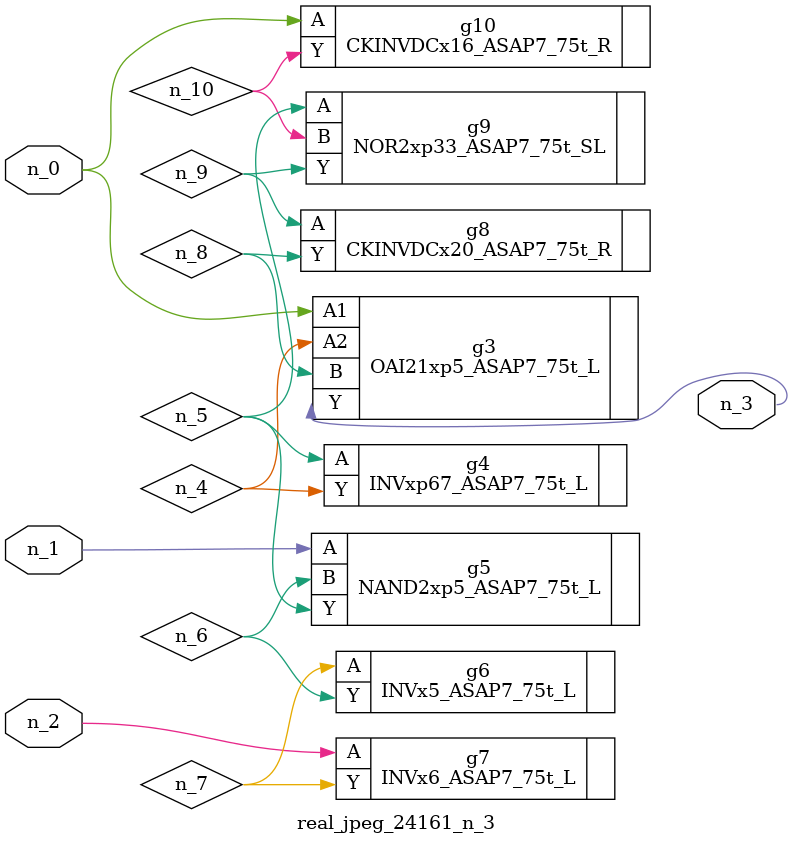
<source format=v>
module real_jpeg_24161_n_3 (n_1, n_0, n_2, n_3);

input n_1;
input n_0;
input n_2;

output n_3;

wire n_5;
wire n_8;
wire n_4;
wire n_6;
wire n_7;
wire n_10;
wire n_9;

OAI21xp5_ASAP7_75t_L g3 ( 
.A1(n_0),
.A2(n_4),
.B(n_8),
.Y(n_3)
);

CKINVDCx16_ASAP7_75t_R g10 ( 
.A(n_0),
.Y(n_10)
);

NAND2xp5_ASAP7_75t_L g5 ( 
.A(n_1),
.B(n_6),
.Y(n_5)
);

INVx6_ASAP7_75t_L g7 ( 
.A(n_2),
.Y(n_7)
);

INVxp67_ASAP7_75t_L g4 ( 
.A(n_5),
.Y(n_4)
);

NOR2xp33_ASAP7_75t_SL g9 ( 
.A(n_5),
.B(n_10),
.Y(n_9)
);

INVx5_ASAP7_75t_L g6 ( 
.A(n_7),
.Y(n_6)
);

CKINVDCx20_ASAP7_75t_R g8 ( 
.A(n_9),
.Y(n_8)
);


endmodule
</source>
